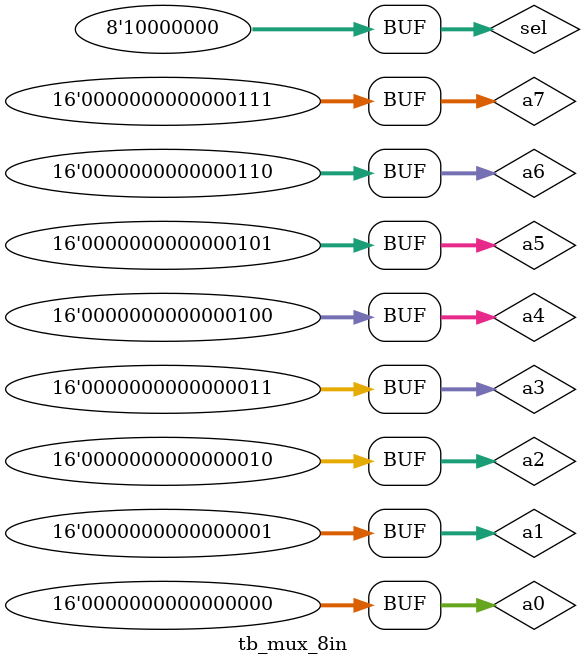
<source format=sv>
module tb_mux_8in ();
	
	logic [15:0] a0, a1, a2, a3, a4, a5, a6, a7, b;
	logic [7:0] sel; 
	
	mux_8in # (16) dut (
	a0, a1, a2, a3, a4, a5, a6, a7, sel, b
	);
	
	initial begin
		a0 = 'h0000; a1 = 'h0001; a2 = 'h0002; a3 = 'h0003;
		a4 = 'h0004; a5 = 'h0005; a6 = 'h0006; a7 = 'h0007;
		sel = 8'b00000001; #5;
		sel = 8'b00000010; #5;
		sel = 8'b00000100; #5;
		sel = 8'b00001000; #5;
		sel = 8'b00010000; #5;
		sel = 8'b00100000; #5;
		sel = 8'b01000000; #5;
		sel = 8'b10000000; #5;
	end
	
endmodule 
</source>
